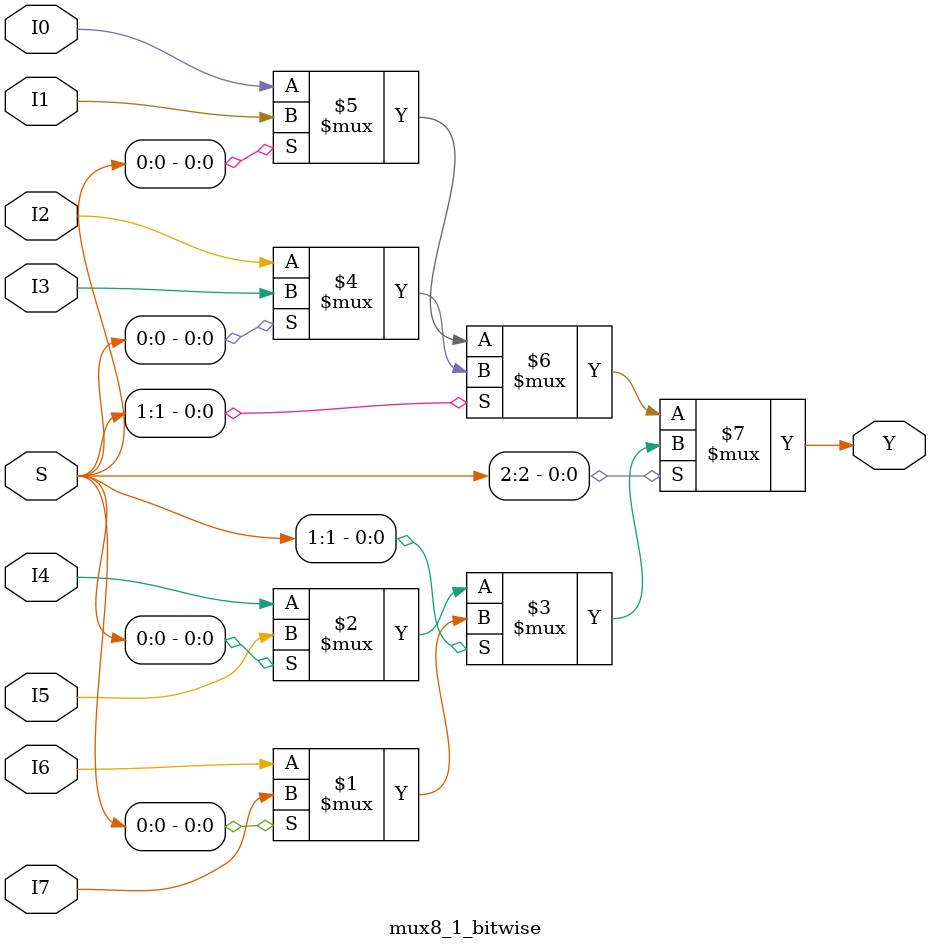
<source format=v>
`timescale 1ns / 1ps
module mux8_1_bitwise(
output Y,
input I0,
input I1,
input I2,
input I3,
input I4,
input I5,
input I6,
input I7,
input [2:0]S   );
//wire w1,w2,w3;
/*
assign w1=~S[0];
assign w2=~S[1];
assign w3=~S[2];*/
assign Y=S[2]?(S[1]?(S[0]?I7:I6):(S[0]?I5:I4)):(S[1]?(S[0]?I3:I2):(S[0]?I1:I0));
endmodule

</source>
